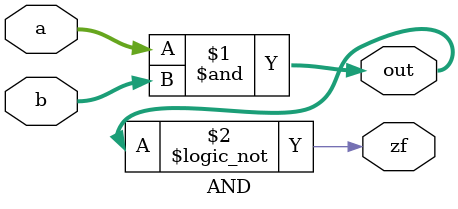
<source format=sv>
`timescale 1ns / 1ps


module AND(
    input logic [31:0] a, b,
    output logic zf,
    output logic[31:0] out
    );
    
    assign out = a & b;
    assign zf = (out == 0);
    
endmodule

</source>
